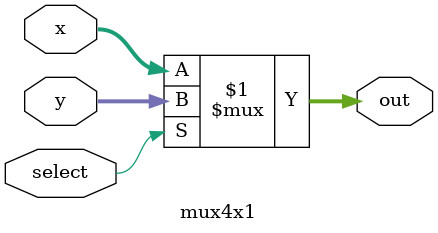
<source format=v>

module mux4x1 (input [3:0] x, input [3:0] y, input select, output [3:0] out);

assign out = (select)?  y: x;

endmodule
</source>
